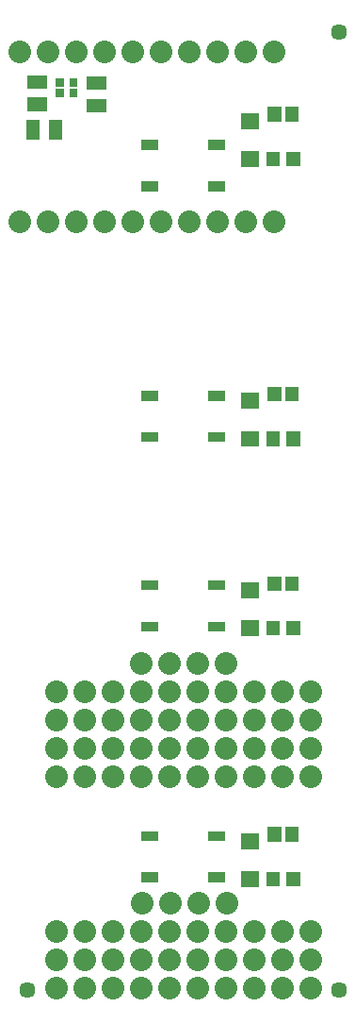
<source format=gts>
G04 Layer: TopSolderMaskLayer*
G04 EasyEDA v6.3.41, 2020-05-07T17:32:53--4:00*
G04 d717aee7dc5049f39d0e7fcf31ef931a,7404d47bf86b4b15bb797b085195da26,10*
G04 Gerber Generator version 0.2*
G04 Scale: 100 percent, Rotated: No, Reflected: No *
G04 Dimensions in millimeters *
G04 leading zeros omitted , absolute positions ,3 integer and 3 decimal *
%FSLAX33Y33*%
%MOMM*%
G90*
G71D02*

%ADD27C,2.032203*%
%ADD28C,1.448003*%

%LPD*%
G54D27*
G01X7180Y21199D03*
G01X4640Y21199D03*
G01X4640Y28819D03*
G01X4640Y26279D03*
G01X4640Y23739D03*
G01X7180Y23739D03*
G01X7180Y26279D03*
G01X7180Y28819D03*
G01X17340Y28819D03*
G01X17340Y26279D03*
G01X17340Y23739D03*
G01X14800Y23739D03*
G01X14800Y26279D03*
G01X14800Y21199D03*
G01X17340Y21199D03*
G01X12260Y21199D03*
G01X9720Y21199D03*
G01X9720Y28819D03*
G01X9720Y26279D03*
G01X9720Y23739D03*
G01X12260Y23739D03*
G01X12260Y26279D03*
G01X12260Y28819D03*
G01X22420Y21199D03*
G01X19880Y21199D03*
G01X19880Y28819D03*
G01X19880Y26279D03*
G01X19880Y23739D03*
G01X22420Y23739D03*
G01X22420Y26279D03*
G01X22420Y28819D03*
G01X24960Y28819D03*
G01X24960Y26279D03*
G01X24960Y23739D03*
G01X24960Y21199D03*
G01X27500Y28819D03*
G01X27500Y26279D03*
G01X27500Y23739D03*
G01X27500Y21199D03*
G01X14800Y28819D03*
G01X27500Y2199D03*
G01X27500Y4739D03*
G01X27500Y7279D03*
G01X24960Y2199D03*
G01X24960Y4739D03*
G01X24960Y7279D03*
G01X22420Y7279D03*
G01X22420Y4739D03*
G01X19880Y4739D03*
G01X19880Y7279D03*
G01X19880Y2199D03*
G01X22420Y2199D03*
G01X12260Y7279D03*
G01X12260Y4739D03*
G01X9720Y4739D03*
G01X9720Y7279D03*
G01X9720Y2199D03*
G01X12260Y2199D03*
G01X17340Y2199D03*
G01X14800Y2199D03*
G01X14800Y7279D03*
G01X14800Y4739D03*
G01X17340Y4739D03*
G01X17340Y7279D03*
G01X7180Y7279D03*
G01X7180Y4739D03*
G01X4640Y4739D03*
G01X4640Y7279D03*
G01X4640Y2199D03*
G01X7180Y2199D03*
G01X12260Y31359D03*
G01X14800Y31359D03*
G01X17340Y31359D03*
G01X19880Y31359D03*
G01X19919Y9819D03*
G01X17379Y9819D03*
G01X14839Y9819D03*
G01X12299Y9819D03*
G54D28*
G01X29999Y88000D03*
G01X29999Y2000D03*
G01X1999Y2000D03*
G36*
G01X2023Y80898D02*
G01X2023Y82102D01*
G01X3775Y82102D01*
G01X3775Y80898D01*
G01X2023Y80898D01*
G37*
G36*
G01X2023Y82897D02*
G01X2023Y84101D01*
G01X3775Y84101D01*
G01X3775Y82897D01*
G01X2023Y82897D01*
G37*
G36*
G01X4547Y82173D02*
G01X4547Y82925D01*
G01X5251Y82925D01*
G01X5251Y82173D01*
G01X4547Y82173D01*
G37*
G36*
G01X4547Y83073D02*
G01X4547Y83824D01*
G01X5251Y83824D01*
G01X5251Y83073D01*
G01X4547Y83073D01*
G37*
G36*
G01X5749Y83073D02*
G01X5749Y83824D01*
G01X6452Y83824D01*
G01X6452Y83073D01*
G01X5749Y83073D01*
G37*
G36*
G01X5749Y82173D02*
G01X5749Y82925D01*
G01X6452Y82925D01*
G01X6452Y82173D01*
G01X5749Y82173D01*
G37*
G54D27*
G01X1303Y70980D03*
G01X3843Y70980D03*
G01X6383Y70980D03*
G01X8923Y70980D03*
G01X11463Y70980D03*
G01X14003Y70980D03*
G01X16543Y70980D03*
G01X19083Y70980D03*
G01X21623Y70980D03*
G01X24163Y70980D03*
G01X1303Y86220D03*
G01X3843Y86220D03*
G01X6383Y86220D03*
G01X8923Y86220D03*
G01X11463Y86220D03*
G01X14003Y86220D03*
G01X16543Y86220D03*
G01X19083Y86220D03*
G01X21623Y86220D03*
G01X24163Y86220D03*
G36*
G01X3897Y78323D02*
G01X3897Y80075D01*
G01X5101Y80075D01*
G01X5101Y78323D01*
G01X3897Y78323D01*
G37*
G36*
G01X1898Y78323D02*
G01X1898Y80075D01*
G01X3102Y80075D01*
G01X3102Y78323D01*
G01X1898Y78323D01*
G37*
G36*
G01X7324Y80797D02*
G01X7324Y82001D01*
G01X9076Y82001D01*
G01X9076Y80797D01*
G01X7324Y80797D01*
G37*
G36*
G01X7324Y82798D02*
G01X7324Y84002D01*
G01X9076Y84002D01*
G01X9076Y82798D01*
G01X7324Y82798D01*
G37*
G36*
G01X21197Y75897D02*
G01X21197Y77302D01*
G01X22802Y77302D01*
G01X22802Y75897D01*
G01X21197Y75897D01*
G37*
G36*
G01X21197Y79298D02*
G01X21197Y80700D01*
G01X22802Y80700D01*
G01X22802Y79298D01*
G01X21197Y79298D01*
G37*
G36*
G01X21197Y50797D02*
G01X21197Y52201D01*
G01X22802Y52201D01*
G01X22802Y50797D01*
G01X21197Y50797D01*
G37*
G36*
G01X21197Y54198D02*
G01X21197Y55600D01*
G01X22802Y55600D01*
G01X22802Y54198D01*
G01X21197Y54198D01*
G37*
G36*
G01X21197Y33799D02*
G01X21197Y35201D01*
G01X22802Y35201D01*
G01X22802Y33799D01*
G01X21197Y33799D01*
G37*
G36*
G01X21197Y37198D02*
G01X21197Y38602D01*
G01X22802Y38602D01*
G01X22802Y37198D01*
G01X21197Y37198D01*
G37*
G36*
G01X21197Y11297D02*
G01X21197Y12702D01*
G01X22802Y12702D01*
G01X22802Y11297D01*
G01X21197Y11297D01*
G37*
G36*
G01X21197Y14698D02*
G01X21197Y16100D01*
G01X22802Y16100D01*
G01X22802Y14698D01*
G01X21197Y14698D01*
G37*
G36*
G01X25297Y75948D02*
G01X25297Y77251D01*
G01X26501Y77251D01*
G01X26501Y75948D01*
G01X25297Y75948D01*
G37*
G36*
G01X23498Y75948D02*
G01X23498Y77251D01*
G01X24700Y77251D01*
G01X24700Y75948D01*
G01X23498Y75948D01*
G37*
G36*
G01X25297Y50848D02*
G01X25297Y52151D01*
G01X26501Y52151D01*
G01X26501Y50848D01*
G01X25297Y50848D01*
G37*
G36*
G01X23498Y50848D02*
G01X23498Y52151D01*
G01X24700Y52151D01*
G01X24700Y50848D01*
G01X23498Y50848D01*
G37*
G36*
G01X25297Y33847D02*
G01X25297Y35150D01*
G01X26501Y35150D01*
G01X26501Y33847D01*
G01X25297Y33847D01*
G37*
G36*
G01X23498Y33847D02*
G01X23498Y35150D01*
G01X24700Y35150D01*
G01X24700Y33847D01*
G01X23498Y33847D01*
G37*
G36*
G01X25297Y11348D02*
G01X25297Y12651D01*
G01X26501Y12651D01*
G01X26501Y11348D01*
G01X25297Y11348D01*
G37*
G36*
G01X23498Y11348D02*
G01X23498Y12651D01*
G01X24700Y12651D01*
G01X24700Y11348D01*
G01X23498Y11348D01*
G37*
G36*
G01X23597Y79948D02*
G01X23597Y81251D01*
G01X24801Y81251D01*
G01X24801Y79948D01*
G01X23597Y79948D01*
G37*
G36*
G01X25198Y79948D02*
G01X25198Y81251D01*
G01X26402Y81251D01*
G01X26402Y79948D01*
G01X25198Y79948D01*
G37*
G36*
G01X23597Y54848D02*
G01X23597Y56151D01*
G01X24801Y56151D01*
G01X24801Y54848D01*
G01X23597Y54848D01*
G37*
G36*
G01X25198Y54848D02*
G01X25198Y56151D01*
G01X26402Y56151D01*
G01X26402Y54848D01*
G01X25198Y54848D01*
G37*
G36*
G01X23597Y37848D02*
G01X23597Y39151D01*
G01X24801Y39151D01*
G01X24801Y37848D01*
G01X23597Y37848D01*
G37*
G36*
G01X25198Y37848D02*
G01X25198Y39151D01*
G01X26402Y39151D01*
G01X26402Y37848D01*
G01X25198Y37848D01*
G37*
G36*
G01X23597Y15349D02*
G01X23597Y16652D01*
G01X24801Y16652D01*
G01X24801Y15349D01*
G01X23597Y15349D01*
G37*
G36*
G01X25198Y15349D02*
G01X25198Y16652D01*
G01X26402Y16652D01*
G01X26402Y15349D01*
G01X25198Y15349D01*
G37*
G36*
G01X12249Y54899D02*
G01X12249Y55801D01*
G01X13752Y55801D01*
G01X13752Y54899D01*
G01X12249Y54899D01*
G37*
G36*
G01X18248Y54899D02*
G01X18248Y55801D01*
G01X19752Y55801D01*
G01X19752Y54899D01*
G01X18248Y54899D01*
G37*
G36*
G01X12249Y51198D02*
G01X12249Y52100D01*
G01X13752Y52100D01*
G01X13752Y51198D01*
G01X12249Y51198D01*
G37*
G36*
G01X18248Y51198D02*
G01X18248Y52100D01*
G01X19752Y52100D01*
G01X19752Y51198D01*
G01X18248Y51198D01*
G37*
G36*
G01X12249Y37899D02*
G01X12249Y38800D01*
G01X13752Y38800D01*
G01X13752Y37899D01*
G01X12249Y37899D01*
G37*
G36*
G01X18248Y37899D02*
G01X18248Y38800D01*
G01X19752Y38800D01*
G01X19752Y37899D01*
G01X18248Y37899D01*
G37*
G36*
G01X12249Y34198D02*
G01X12249Y35102D01*
G01X13752Y35102D01*
G01X13752Y34198D01*
G01X12249Y34198D01*
G37*
G36*
G01X18248Y34198D02*
G01X18248Y35102D01*
G01X19752Y35102D01*
G01X19752Y34198D01*
G01X18248Y34198D01*
G37*
G36*
G01X12249Y15397D02*
G01X12249Y16301D01*
G01X13752Y16301D01*
G01X13752Y15397D01*
G01X12249Y15397D01*
G37*
G36*
G01X18248Y15397D02*
G01X18248Y16301D01*
G01X19752Y16301D01*
G01X19752Y15397D01*
G01X18248Y15397D01*
G37*
G36*
G01X12249Y11699D02*
G01X12249Y12600D01*
G01X13752Y12600D01*
G01X13752Y11699D01*
G01X12249Y11699D01*
G37*
G36*
G01X18248Y11699D02*
G01X18248Y12600D01*
G01X19752Y12600D01*
G01X19752Y11699D01*
G01X18248Y11699D01*
G37*
G36*
G01X18248Y73697D02*
G01X18248Y74602D01*
G01X19752Y74602D01*
G01X19752Y73697D01*
G01X18248Y73697D01*
G37*
G36*
G01X12249Y73697D02*
G01X12249Y74602D01*
G01X13752Y74602D01*
G01X13752Y73697D01*
G01X12249Y73697D01*
G37*
G36*
G01X18248Y77398D02*
G01X18248Y78302D01*
G01X19752Y78302D01*
G01X19752Y77398D01*
G01X18248Y77398D01*
G37*
G36*
G01X12249Y77398D02*
G01X12249Y78302D01*
G01X13752Y78302D01*
G01X13752Y77398D01*
G01X12249Y77398D01*
G37*
M00*
M02*

</source>
